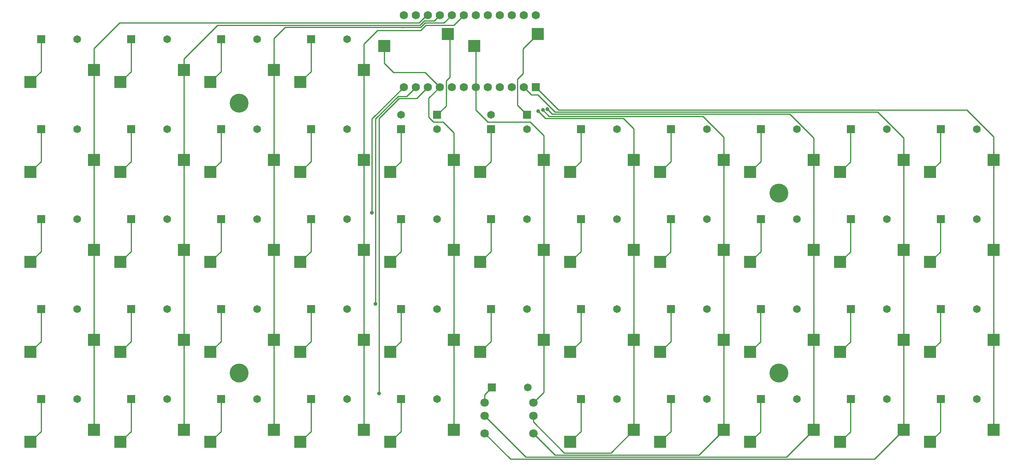
<source format=gbl>
G04 #@! TF.GenerationSoftware,KiCad,Pcbnew,(5.1.10)-1*
G04 #@! TF.CreationDate,2021-10-22T01:42:52-05:00*
G04 #@! TF.ProjectId,DTM,44544d2e-6b69-4636-9164-5f7063625858,rev?*
G04 #@! TF.SameCoordinates,Original*
G04 #@! TF.FileFunction,Copper,L2,Bot*
G04 #@! TF.FilePolarity,Positive*
%FSLAX46Y46*%
G04 Gerber Fmt 4.6, Leading zero omitted, Abs format (unit mm)*
G04 Created by KiCad (PCBNEW (5.1.10)-1) date 2021-10-22 01:42:52*
%MOMM*%
%LPD*%
G01*
G04 APERTURE LIST*
G04 #@! TA.AperFunction,ComponentPad*
%ADD10C,4.000000*%
G04 #@! TD*
G04 #@! TA.AperFunction,SMDPad,CuDef*
%ADD11R,2.550000X2.500000*%
G04 #@! TD*
G04 #@! TA.AperFunction,ComponentPad*
%ADD12R,1.651000X1.651000*%
G04 #@! TD*
G04 #@! TA.AperFunction,ComponentPad*
%ADD13C,1.651000*%
G04 #@! TD*
G04 #@! TA.AperFunction,ComponentPad*
%ADD14C,1.800000*%
G04 #@! TD*
G04 #@! TA.AperFunction,ComponentPad*
%ADD15C,1.752600*%
G04 #@! TD*
G04 #@! TA.AperFunction,ComponentPad*
%ADD16R,1.752600X1.752600*%
G04 #@! TD*
G04 #@! TA.AperFunction,ViaPad*
%ADD17C,0.800000*%
G04 #@! TD*
G04 #@! TA.AperFunction,Conductor*
%ADD18C,0.250000*%
G04 #@! TD*
G04 APERTURE END LIST*
D10*
X88100000Y-59525000D03*
X202400000Y-116675000D03*
X88100000Y-116675000D03*
X202400000Y-78575000D03*
D11*
X76410000Y-52540000D03*
X62960000Y-55080000D03*
D12*
X236690000Y-122200000D03*
D13*
X244310000Y-122200000D03*
D12*
X236690000Y-103150000D03*
D13*
X244310000Y-103150000D03*
D12*
X236690000Y-84100000D03*
D13*
X244310000Y-84100000D03*
D12*
X236690000Y-65050000D03*
D13*
X244310000Y-65050000D03*
D12*
X217640000Y-122200000D03*
D13*
X225260000Y-122200000D03*
D12*
X217640000Y-103150000D03*
D13*
X225260000Y-103150000D03*
D12*
X217640000Y-84100000D03*
D13*
X225260000Y-84100000D03*
D12*
X217640000Y-65050000D03*
D13*
X225260000Y-65050000D03*
D12*
X198590000Y-122200000D03*
D13*
X206210000Y-122200000D03*
D12*
X198590000Y-103150000D03*
D13*
X206210000Y-103150000D03*
D12*
X198590000Y-84100000D03*
D13*
X206210000Y-84100000D03*
D12*
X198590000Y-65050000D03*
D13*
X206210000Y-65050000D03*
D12*
X179540000Y-122200000D03*
D13*
X187160000Y-122200000D03*
D12*
X179540000Y-103150000D03*
D13*
X187160000Y-103150000D03*
D12*
X179540000Y-84100000D03*
D13*
X187160000Y-84100000D03*
D12*
X179540000Y-65050000D03*
D13*
X187160000Y-65050000D03*
D12*
X160490000Y-122200000D03*
D13*
X168110000Y-122200000D03*
D12*
X160490000Y-103150000D03*
D13*
X168110000Y-103150000D03*
D12*
X160490000Y-84100000D03*
D13*
X168110000Y-84100000D03*
D12*
X160490000Y-65050000D03*
D13*
X168110000Y-65050000D03*
D12*
X141600000Y-119750000D03*
D13*
X149220000Y-119750000D03*
D12*
X141440000Y-103150000D03*
D13*
X149060000Y-103150000D03*
D12*
X141440000Y-84100000D03*
D13*
X149060000Y-84100000D03*
D12*
X141440000Y-65050000D03*
D13*
X149060000Y-65050000D03*
D12*
X149060000Y-62000000D03*
D13*
X141440000Y-62000000D03*
D12*
X122390000Y-122200000D03*
D13*
X130010000Y-122200000D03*
D12*
X122390000Y-103150000D03*
D13*
X130010000Y-103150000D03*
D12*
X122390000Y-84100000D03*
D13*
X130010000Y-84100000D03*
D12*
X122390000Y-65050000D03*
D13*
X130010000Y-65050000D03*
D12*
X130010000Y-62000000D03*
D13*
X122390000Y-62000000D03*
D12*
X103340000Y-122200000D03*
D13*
X110960000Y-122200000D03*
D12*
X103340000Y-103150000D03*
D13*
X110960000Y-103150000D03*
D12*
X103340000Y-84100000D03*
D13*
X110960000Y-84100000D03*
D12*
X103340000Y-65050000D03*
D13*
X110960000Y-65050000D03*
D12*
X103340000Y-46000000D03*
D13*
X110960000Y-46000000D03*
D12*
X84290000Y-122200000D03*
D13*
X91910000Y-122200000D03*
D12*
X84290000Y-103150000D03*
D13*
X91910000Y-103150000D03*
D12*
X84290000Y-84100000D03*
D13*
X91910000Y-84100000D03*
D12*
X84290000Y-65050000D03*
D13*
X91910000Y-65050000D03*
D12*
X84290000Y-46000000D03*
D13*
X91910000Y-46000000D03*
D12*
X65240000Y-122200000D03*
D13*
X72860000Y-122200000D03*
D12*
X65240000Y-103150000D03*
D13*
X72860000Y-103150000D03*
D12*
X65240000Y-84100000D03*
D13*
X72860000Y-84100000D03*
D12*
X65240000Y-65050000D03*
D13*
X72860000Y-65050000D03*
D12*
X65240000Y-46000000D03*
D13*
X72860000Y-46000000D03*
D12*
X46190000Y-122200000D03*
D13*
X53810000Y-122200000D03*
D12*
X46190000Y-103150000D03*
D13*
X53810000Y-103150000D03*
D12*
X46190000Y-84100000D03*
D13*
X53810000Y-84100000D03*
D12*
X46190000Y-65050000D03*
D13*
X53810000Y-65050000D03*
D12*
X46190000Y-46000000D03*
D13*
X53810000Y-46000000D03*
D11*
X57360000Y-52540000D03*
X43910000Y-55080000D03*
X76410000Y-90640000D03*
X62960000Y-93180000D03*
X247860000Y-128740000D03*
X234410000Y-131280000D03*
X247860000Y-109690000D03*
X234410000Y-112230000D03*
X247860000Y-90640000D03*
X234410000Y-93180000D03*
X247860000Y-71590000D03*
X234410000Y-74130000D03*
X228810000Y-128740000D03*
X215360000Y-131280000D03*
X228810000Y-109690000D03*
X215360000Y-112230000D03*
X228810000Y-90640000D03*
X215360000Y-93180000D03*
X228810000Y-71590000D03*
X215360000Y-74130000D03*
X209760000Y-128740000D03*
X196310000Y-131280000D03*
X209760000Y-109690000D03*
X196310000Y-112230000D03*
X209760000Y-90640000D03*
X196310000Y-93180000D03*
X209760000Y-71590000D03*
X196310000Y-74130000D03*
X190710000Y-128740000D03*
X177260000Y-131280000D03*
X190710000Y-109690000D03*
X177260000Y-112230000D03*
X190710000Y-90640000D03*
X177260000Y-93180000D03*
X190710000Y-71590000D03*
X177260000Y-74130000D03*
X171660000Y-128740000D03*
X158210000Y-131280000D03*
X171660000Y-109690000D03*
X158210000Y-112230000D03*
X171660000Y-90640000D03*
X158210000Y-93180000D03*
X171660000Y-71590000D03*
X158210000Y-74130000D03*
X152610000Y-109690000D03*
X139160000Y-112230000D03*
X152610000Y-90640000D03*
X139160000Y-93180000D03*
X152610000Y-71590000D03*
X139160000Y-74130000D03*
X137890000Y-47460000D03*
X151340000Y-44920000D03*
X133560000Y-128740000D03*
X120110000Y-131280000D03*
X133560000Y-109690000D03*
X120110000Y-112230000D03*
X133560000Y-90640000D03*
X120110000Y-93180000D03*
X133560000Y-71590000D03*
X120110000Y-74130000D03*
X118840000Y-47460000D03*
X132290000Y-44920000D03*
X114510000Y-128740000D03*
X101060000Y-131280000D03*
X114510000Y-109690000D03*
X101060000Y-112230000D03*
X114510000Y-90640000D03*
X101060000Y-93180000D03*
X114510000Y-71590000D03*
X101060000Y-74130000D03*
X114510000Y-52540000D03*
X101060000Y-55080000D03*
X95460000Y-128740000D03*
X82010000Y-131280000D03*
X95460000Y-109690000D03*
X82010000Y-112230000D03*
X95460000Y-90640000D03*
X82010000Y-93180000D03*
X95460000Y-71590000D03*
X82010000Y-74130000D03*
X95460000Y-52540000D03*
X82010000Y-55080000D03*
X76410000Y-128740000D03*
X62960000Y-131280000D03*
X76410000Y-109690000D03*
X62960000Y-112230000D03*
X76410000Y-71590000D03*
X62960000Y-74130000D03*
X57360000Y-128740000D03*
X43910000Y-131280000D03*
X57360000Y-109690000D03*
X43910000Y-112230000D03*
X57360000Y-90640000D03*
X43910000Y-93180000D03*
X57360000Y-71590000D03*
X43910000Y-74130000D03*
D14*
X140100000Y-125750000D03*
X150400000Y-125750000D03*
X150400000Y-129450000D03*
X150400000Y-122950000D03*
X140100000Y-129450000D03*
X140100000Y-122950000D03*
D15*
X150920000Y-40880000D03*
X122980000Y-56120000D03*
X148380000Y-40880000D03*
X145840000Y-40880000D03*
X143300000Y-40880000D03*
X140760000Y-40880000D03*
X138220000Y-40880000D03*
X135680000Y-40880000D03*
X133140000Y-40880000D03*
X130600000Y-40880000D03*
X128060000Y-40880000D03*
X125520000Y-40880000D03*
X122980000Y-40880000D03*
X125520000Y-56120000D03*
X128060000Y-56120000D03*
X130600000Y-56120000D03*
X133140000Y-56120000D03*
X135680000Y-56120000D03*
X138220000Y-56120000D03*
X140760000Y-56120000D03*
X143300000Y-56120000D03*
X145840000Y-56120000D03*
X148380000Y-56120000D03*
D16*
X150920000Y-56120000D03*
D17*
X116250000Y-82750000D03*
X116999499Y-101999499D03*
X117750000Y-121000000D03*
X153419135Y-60830865D03*
X151467462Y-61258678D03*
X152433697Y-61000970D03*
D18*
X46190000Y-52800000D02*
X43910000Y-55080000D01*
X46190000Y-46000000D02*
X46190000Y-52800000D01*
X122420000Y-62030000D02*
X122420000Y-62120000D01*
X141430000Y-61990000D02*
X141430000Y-62570000D01*
X46190000Y-71850000D02*
X43910000Y-74130000D01*
X46190000Y-65050000D02*
X46190000Y-71850000D01*
X46190000Y-90900000D02*
X43910000Y-93180000D01*
X46190000Y-84100000D02*
X46190000Y-90900000D01*
X46190000Y-109950000D02*
X43910000Y-112230000D01*
X46190000Y-103150000D02*
X46190000Y-109950000D01*
X46190000Y-129000000D02*
X43910000Y-131280000D01*
X46190000Y-122200000D02*
X46190000Y-129000000D01*
X65240000Y-52800000D02*
X62960000Y-55080000D01*
X65240000Y-46000000D02*
X65240000Y-52800000D01*
X65240000Y-71850000D02*
X62960000Y-74130000D01*
X65240000Y-65050000D02*
X65240000Y-71850000D01*
X65240000Y-90900000D02*
X62960000Y-93180000D01*
X65240000Y-84100000D02*
X65240000Y-90900000D01*
X65240000Y-109950000D02*
X62960000Y-112230000D01*
X65240000Y-103150000D02*
X65240000Y-109950000D01*
X65240000Y-129000000D02*
X62960000Y-131280000D01*
X65240000Y-122200000D02*
X65240000Y-129000000D01*
X84290000Y-52800000D02*
X82010000Y-55080000D01*
X84290000Y-46000000D02*
X84290000Y-52800000D01*
X84290000Y-71850000D02*
X82010000Y-74130000D01*
X84290000Y-65050000D02*
X84290000Y-71850000D01*
X84290000Y-90900000D02*
X82010000Y-93180000D01*
X84290000Y-84100000D02*
X84290000Y-90900000D01*
X84290000Y-109950000D02*
X82010000Y-112230000D01*
X84290000Y-103150000D02*
X84290000Y-109950000D01*
X84290000Y-129000000D02*
X82010000Y-131280000D01*
X84290000Y-122200000D02*
X84290000Y-129000000D01*
X103340000Y-52800000D02*
X101060000Y-55080000D01*
X103340000Y-46000000D02*
X103340000Y-52800000D01*
X103340000Y-71850000D02*
X101060000Y-74130000D01*
X103340000Y-65050000D02*
X103340000Y-71850000D01*
X103340000Y-90900000D02*
X101060000Y-93180000D01*
X103340000Y-84100000D02*
X103340000Y-90900000D01*
X103340000Y-109950000D02*
X101060000Y-112230000D01*
X103340000Y-103150000D02*
X103340000Y-109950000D01*
X116250000Y-62850000D02*
X122980000Y-56120000D01*
X116250000Y-82750000D02*
X116250000Y-62850000D01*
X103340000Y-129000000D02*
X101060000Y-131280000D01*
X103340000Y-122200000D02*
X103340000Y-129000000D01*
X132750000Y-45380000D02*
X132290000Y-44920000D01*
X132750000Y-54000000D02*
X132750000Y-45380000D01*
X131938699Y-54811301D02*
X132750000Y-54000000D01*
X131750000Y-60250000D02*
X131938699Y-60061301D01*
X131938699Y-60061301D02*
X131938699Y-54811301D01*
X131750000Y-60260000D02*
X131750000Y-60250000D01*
X130010000Y-62000000D02*
X131750000Y-60260000D01*
X122390000Y-71850000D02*
X120110000Y-74130000D01*
X122390000Y-65050000D02*
X122390000Y-71850000D01*
X122390000Y-90900000D02*
X120110000Y-93180000D01*
X122390000Y-84100000D02*
X122390000Y-90900000D01*
X122390000Y-109950000D02*
X120110000Y-112230000D01*
X122390000Y-103150000D02*
X122390000Y-109950000D01*
X122390000Y-129000000D02*
X120110000Y-131280000D01*
X122390000Y-122200000D02*
X122390000Y-129000000D01*
X147041301Y-59981301D02*
X149060000Y-62000000D01*
X148250000Y-53250000D02*
X147041301Y-54458699D01*
X148250000Y-48000000D02*
X148250000Y-53250000D01*
X147041301Y-54458699D02*
X147041301Y-59981301D01*
X149144999Y-47105001D02*
X148250000Y-48000000D01*
X149154999Y-47105001D02*
X149144999Y-47105001D01*
X151340000Y-44920000D02*
X149154999Y-47105001D01*
X141440000Y-71850000D02*
X139160000Y-74130000D01*
X141440000Y-65050000D02*
X141440000Y-71850000D01*
X141440000Y-90900000D02*
X139160000Y-93180000D01*
X141440000Y-84100000D02*
X141440000Y-90900000D01*
X141440000Y-109950000D02*
X139160000Y-112230000D01*
X141440000Y-103150000D02*
X141440000Y-109950000D01*
X116999499Y-62864090D02*
X121813600Y-58049989D01*
X116999499Y-101999499D02*
X116999499Y-62864090D01*
X121813600Y-58049989D02*
X123590011Y-58049989D01*
X123590011Y-58049989D02*
X125520000Y-56120000D01*
X160490000Y-71850000D02*
X158210000Y-74130000D01*
X160490000Y-65050000D02*
X160490000Y-71850000D01*
X160490000Y-90900000D02*
X158210000Y-93180000D01*
X160490000Y-84100000D02*
X160490000Y-90900000D01*
X160490000Y-109950000D02*
X158210000Y-112230000D01*
X160490000Y-103150000D02*
X160490000Y-109950000D01*
X160490000Y-129000000D02*
X158210000Y-131280000D01*
X160490000Y-122200000D02*
X160490000Y-129000000D01*
X179540000Y-71850000D02*
X177260000Y-74130000D01*
X179540000Y-65050000D02*
X179540000Y-71850000D01*
X179445001Y-84194999D02*
X179540000Y-84100000D01*
X179445001Y-90994999D02*
X179445001Y-84194999D01*
X177260000Y-93180000D02*
X179445001Y-90994999D01*
X179540000Y-109950000D02*
X177260000Y-112230000D01*
X179540000Y-103150000D02*
X179540000Y-109950000D01*
X179540000Y-129000000D02*
X177260000Y-131280000D01*
X179540000Y-122200000D02*
X179540000Y-129000000D01*
X198590000Y-71850000D02*
X196310000Y-74130000D01*
X198590000Y-65050000D02*
X198590000Y-71850000D01*
X198590000Y-90900000D02*
X196310000Y-93180000D01*
X198590000Y-84100000D02*
X198590000Y-90900000D01*
X198500000Y-110040000D02*
X196310000Y-112230000D01*
X198500000Y-103150000D02*
X198500000Y-110040000D01*
X125680000Y-58500000D02*
X128060000Y-56120000D01*
X122000000Y-58500000D02*
X125680000Y-58500000D01*
X117750000Y-62750000D02*
X122000000Y-58500000D01*
X117750000Y-121000000D02*
X117750000Y-62750000D01*
X198500000Y-129090000D02*
X196310000Y-131280000D01*
X198500000Y-122200000D02*
X198500000Y-129090000D01*
X217550000Y-71940000D02*
X215360000Y-74130000D01*
X217550000Y-65050000D02*
X217550000Y-71940000D01*
X217550000Y-90990000D02*
X215360000Y-93180000D01*
X217550000Y-84100000D02*
X217550000Y-90990000D01*
X217545001Y-103154999D02*
X217550000Y-103150000D01*
X217545001Y-110044999D02*
X217545001Y-103154999D01*
X215360000Y-112230000D02*
X217545001Y-110044999D01*
X217550000Y-129090000D02*
X215360000Y-131280000D01*
X217550000Y-122200000D02*
X217550000Y-129090000D01*
X236600000Y-71940000D02*
X234410000Y-74130000D01*
X236600000Y-65050000D02*
X236600000Y-71940000D01*
X236595001Y-84104999D02*
X236600000Y-84100000D01*
X236595001Y-90994999D02*
X236595001Y-84104999D01*
X234410000Y-93180000D02*
X236595001Y-90994999D01*
X236600000Y-110040000D02*
X234410000Y-112230000D01*
X236600000Y-103150000D02*
X236600000Y-110040000D01*
X236600000Y-129090000D02*
X234410000Y-131280000D01*
X236600000Y-122200000D02*
X236600000Y-129090000D01*
X57360000Y-52540000D02*
X57360000Y-71590000D01*
X57360000Y-71590000D02*
X57360000Y-90640000D01*
X57360000Y-90640000D02*
X57360000Y-109690000D01*
X57360000Y-109690000D02*
X57360000Y-128740000D01*
X127849999Y-40880000D02*
X128060000Y-40880000D01*
X126180010Y-42549989D02*
X127849999Y-40880000D01*
X57360000Y-47940000D02*
X62750011Y-42549989D01*
X62750011Y-42549989D02*
X126180010Y-42549989D01*
X57360000Y-52540000D02*
X57360000Y-47940000D01*
X76410000Y-52540000D02*
X76410000Y-71590000D01*
X76410000Y-106609002D02*
X76410000Y-128740000D01*
X76410000Y-71590000D02*
X76410000Y-106609002D01*
X127266432Y-42099978D02*
X129380022Y-42099978D01*
X126366410Y-43000000D02*
X127266432Y-42099978D01*
X76410000Y-50090000D02*
X83500000Y-43000000D01*
X129380022Y-42099978D02*
X130600000Y-40880000D01*
X83500000Y-43000000D02*
X126366410Y-43000000D01*
X76410000Y-52540000D02*
X76410000Y-50090000D01*
X95460000Y-128740000D02*
X95460000Y-52540000D01*
X122750009Y-43450009D02*
X122800000Y-43500000D01*
X97849991Y-43450009D02*
X122750009Y-43450009D01*
X95460000Y-45840000D02*
X97849991Y-43450009D01*
X95460000Y-52540000D02*
X95460000Y-45840000D01*
X131470011Y-42549989D02*
X133140000Y-40880000D01*
X127452833Y-42549989D02*
X131470011Y-42549989D01*
X126552812Y-43450010D02*
X127452833Y-42549989D01*
X122750009Y-43450009D02*
X126552812Y-43450010D01*
X114510000Y-52540000D02*
X114297251Y-52752749D01*
X114297251Y-128527251D02*
X114510000Y-128740000D01*
X114510000Y-128740000D02*
X114510000Y-52540000D01*
X127639232Y-43000000D02*
X133560000Y-43000000D01*
X126539232Y-44100000D02*
X127639232Y-43000000D01*
X133560000Y-43000000D02*
X135680000Y-40880000D01*
X117400000Y-44100000D02*
X126539232Y-44100000D01*
X114510000Y-46990000D02*
X117400000Y-44100000D01*
X114510000Y-52540000D02*
X114510000Y-46990000D01*
X133560000Y-71590000D02*
X133560000Y-128740000D01*
X118840000Y-47460000D02*
X119250000Y-47870000D01*
X133560000Y-71590000D02*
X132750000Y-70780000D01*
X118840000Y-51090000D02*
X118840000Y-47460000D01*
X120750000Y-53000000D02*
X118840000Y-51090000D01*
X127480000Y-53000000D02*
X127250000Y-53000000D01*
X130600000Y-56120000D02*
X127480000Y-53000000D01*
X127250000Y-53000000D02*
X120750000Y-53000000D01*
X128250000Y-62500000D02*
X128250000Y-58470000D01*
X129250000Y-63500000D02*
X128250000Y-62500000D01*
X128250000Y-58470000D02*
X130600000Y-56120000D01*
X131250000Y-63500000D02*
X129250000Y-63500000D01*
X133560000Y-65810000D02*
X131250000Y-63500000D01*
X133560000Y-71590000D02*
X133560000Y-65810000D01*
X152610000Y-120740000D02*
X150400000Y-122950000D01*
X152610000Y-109690000D02*
X152610000Y-120740000D01*
X137890000Y-47460000D02*
X137018699Y-48331301D01*
X138220000Y-47790000D02*
X137890000Y-47460000D01*
X138220000Y-55910000D02*
X138220000Y-47790000D01*
X138220000Y-60970000D02*
X138220000Y-55910000D01*
X140750000Y-63500000D02*
X138220000Y-60970000D01*
X149750000Y-63500000D02*
X140750000Y-63500000D01*
X152610000Y-66360000D02*
X149750000Y-63500000D01*
X152610000Y-71590000D02*
X152610000Y-66360000D01*
X152610000Y-109690000D02*
X152610000Y-71590000D01*
X209760000Y-128740000D02*
X209760000Y-77340000D01*
X209760000Y-128740000D02*
X204029978Y-134470022D01*
X204029978Y-134470022D02*
X148820022Y-134470022D01*
X148820022Y-134470022D02*
X140100000Y-125750000D01*
X209760000Y-77340000D02*
X209760000Y-71590000D01*
X154438248Y-61849978D02*
X153419135Y-60830865D01*
X204712720Y-61849978D02*
X154438248Y-61849978D01*
X209760000Y-66897258D02*
X204712720Y-61849978D01*
X209760000Y-71590000D02*
X209760000Y-66897258D01*
X228810000Y-107690998D02*
X228810000Y-77290000D01*
X228810000Y-128740000D02*
X228810000Y-107690998D01*
X140100000Y-129440000D02*
X140100000Y-129450000D01*
X140100000Y-129450000D02*
X145570033Y-134920033D01*
X222629967Y-134920033D02*
X228810000Y-128740000D01*
X145570033Y-134920033D02*
X222629967Y-134920033D01*
X228810000Y-77290000D02*
X228810000Y-71590000D01*
X155013556Y-61399967D02*
X223312709Y-61399967D01*
X228810000Y-66897258D02*
X228810000Y-71590000D01*
X223312709Y-61399967D02*
X228810000Y-66897258D01*
X151363590Y-57750000D02*
X155013556Y-61399967D01*
X150010000Y-57750000D02*
X151363590Y-57750000D01*
X148380000Y-56120000D02*
X150010000Y-57750000D01*
X247860000Y-71590000D02*
X247860000Y-77340000D01*
X247860000Y-77340000D02*
X247860000Y-128740000D01*
X242199956Y-60949956D02*
X247860000Y-66610000D01*
X155749956Y-60949956D02*
X242199956Y-60949956D01*
X247860000Y-66610000D02*
X247860000Y-71590000D01*
X150920000Y-56120000D02*
X155749956Y-60949956D01*
X133140000Y-55910000D02*
X133140000Y-55955685D01*
X171660000Y-128740000D02*
X171660000Y-77340000D01*
X166830000Y-133570000D02*
X171660000Y-128740000D01*
X150400000Y-127022792D02*
X156947208Y-133570000D01*
X150400000Y-125750000D02*
X150400000Y-127022792D01*
X156947208Y-133570000D02*
X166830000Y-133570000D01*
X171660000Y-77340000D02*
X171660000Y-71590000D01*
X152958784Y-62750000D02*
X151467462Y-61258678D01*
X169500000Y-62750000D02*
X152958784Y-62750000D01*
X171660000Y-64910000D02*
X169500000Y-62750000D01*
X171660000Y-71590000D02*
X171660000Y-64910000D01*
X190710000Y-71590000D02*
X191040001Y-71920001D01*
X190710000Y-109690000D02*
X190710000Y-128740000D01*
X190710000Y-109690000D02*
X190710000Y-90640000D01*
X190710000Y-109690000D02*
X190710000Y-77290000D01*
X185429989Y-134020011D02*
X154970011Y-134020011D01*
X191040001Y-128409999D02*
X185429989Y-134020011D01*
X154970011Y-134020011D02*
X150400000Y-129450000D01*
X190710000Y-77290000D02*
X190710000Y-71590000D01*
X190710000Y-71590000D02*
X190710000Y-66710000D01*
X190710000Y-66710000D02*
X186299989Y-62299989D01*
X186299989Y-62299989D02*
X153732716Y-62299989D01*
X153732716Y-62299989D02*
X152433697Y-61000970D01*
X140850000Y-122950000D02*
X140100000Y-122950000D01*
X141200000Y-120150000D02*
X141600000Y-120150000D01*
X140100000Y-122950000D02*
X140100000Y-121250000D01*
X141600000Y-119750000D02*
X140100000Y-121250000D01*
M02*

</source>
